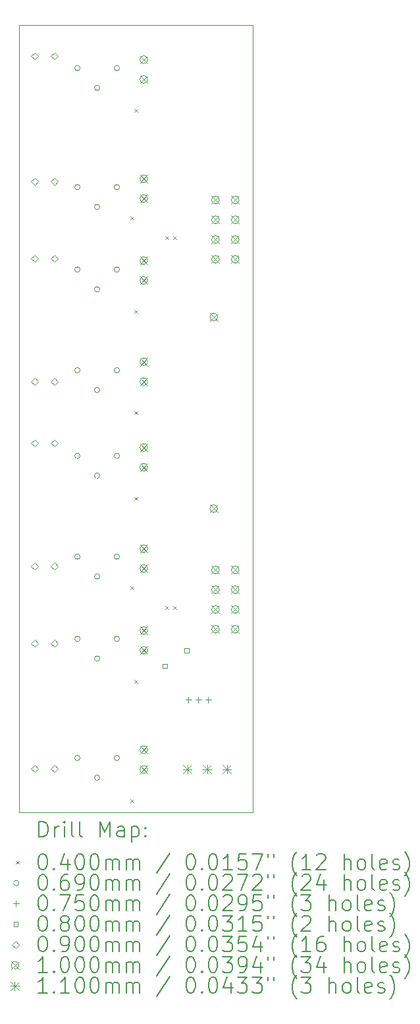
<source format=gbr>
%FSLAX45Y45*%
G04 Gerber Fmt 4.5, Leading zero omitted, Abs format (unit mm)*
G04 Created by KiCad (PCBNEW (6.0.0-rc1-415-g653c7b78d7)) date 2021-12-14 13:22:23*
%MOMM*%
%LPD*%
G01*
G04 APERTURE LIST*
%TA.AperFunction,Profile*%
%ADD10C,0.100000*%
%TD*%
%ADD11C,0.200000*%
%ADD12C,0.040000*%
%ADD13C,0.069000*%
%ADD14C,0.075000*%
%ADD15C,0.080000*%
%ADD16C,0.090000*%
%ADD17C,0.100000*%
%ADD18C,0.110000*%
G04 APERTURE END LIST*
D10*
X11072500Y-4726000D02*
X14072500Y-4726000D01*
X14072500Y-4726000D02*
X14072500Y-14836000D01*
X14072500Y-14836000D02*
X11072500Y-14836000D01*
X11072500Y-14836000D02*
X11072500Y-4726000D01*
D11*
D12*
X12502500Y-7186000D02*
X12542500Y-7226000D01*
X12542500Y-7186000D02*
X12502500Y-7226000D01*
X12502500Y-11936000D02*
X12542500Y-11976000D01*
X12542500Y-11936000D02*
X12502500Y-11976000D01*
X12502500Y-14666000D02*
X12542500Y-14706000D01*
X12542500Y-14666000D02*
X12502500Y-14706000D01*
X12552500Y-5806000D02*
X12592500Y-5846000D01*
X12592500Y-5806000D02*
X12552500Y-5846000D01*
X12552500Y-8386000D02*
X12592500Y-8426000D01*
X12592500Y-8386000D02*
X12552500Y-8426000D01*
X12552500Y-9686000D02*
X12592500Y-9726000D01*
X12592500Y-9686000D02*
X12552500Y-9726000D01*
X12552500Y-10786000D02*
X12592500Y-10826000D01*
X12592500Y-10786000D02*
X12552500Y-10826000D01*
X12552500Y-13136000D02*
X12592500Y-13176000D01*
X12592500Y-13136000D02*
X12552500Y-13176000D01*
X12948750Y-7439750D02*
X12988750Y-7479750D01*
X12988750Y-7439750D02*
X12948750Y-7479750D01*
X12948750Y-12189750D02*
X12988750Y-12229750D01*
X12988750Y-12189750D02*
X12948750Y-12229750D01*
X13048750Y-7439750D02*
X13088750Y-7479750D01*
X13088750Y-7439750D02*
X13048750Y-7479750D01*
X13048750Y-12189750D02*
X13088750Y-12229750D01*
X13088750Y-12189750D02*
X13048750Y-12229750D01*
D13*
X11853000Y-5279000D02*
G75*
G03*
X11853000Y-5279000I-34500J0D01*
G01*
X11853000Y-6809000D02*
G75*
G03*
X11853000Y-6809000I-34500J0D01*
G01*
X11853000Y-7867000D02*
G75*
G03*
X11853000Y-7867000I-34500J0D01*
G01*
X11853000Y-9159000D02*
G75*
G03*
X11853000Y-9159000I-34500J0D01*
G01*
X11853000Y-10259000D02*
G75*
G03*
X11853000Y-10259000I-34500J0D01*
G01*
X11853000Y-11554000D02*
G75*
G03*
X11853000Y-11554000I-34500J0D01*
G01*
X11853000Y-12609000D02*
G75*
G03*
X11853000Y-12609000I-34500J0D01*
G01*
X11853000Y-14139000D02*
G75*
G03*
X11853000Y-14139000I-34500J0D01*
G01*
X12107000Y-5533000D02*
G75*
G03*
X12107000Y-5533000I-34500J0D01*
G01*
X12107000Y-7063000D02*
G75*
G03*
X12107000Y-7063000I-34500J0D01*
G01*
X12107000Y-8121000D02*
G75*
G03*
X12107000Y-8121000I-34500J0D01*
G01*
X12107000Y-9413000D02*
G75*
G03*
X12107000Y-9413000I-34500J0D01*
G01*
X12107000Y-10513000D02*
G75*
G03*
X12107000Y-10513000I-34500J0D01*
G01*
X12107000Y-11808000D02*
G75*
G03*
X12107000Y-11808000I-34500J0D01*
G01*
X12107000Y-12863000D02*
G75*
G03*
X12107000Y-12863000I-34500J0D01*
G01*
X12107000Y-14393000D02*
G75*
G03*
X12107000Y-14393000I-34500J0D01*
G01*
X12361000Y-5279000D02*
G75*
G03*
X12361000Y-5279000I-34500J0D01*
G01*
X12361000Y-6809000D02*
G75*
G03*
X12361000Y-6809000I-34500J0D01*
G01*
X12361000Y-7867000D02*
G75*
G03*
X12361000Y-7867000I-34500J0D01*
G01*
X12361000Y-9159000D02*
G75*
G03*
X12361000Y-9159000I-34500J0D01*
G01*
X12361000Y-10259000D02*
G75*
G03*
X12361000Y-10259000I-34500J0D01*
G01*
X12361000Y-11554000D02*
G75*
G03*
X12361000Y-11554000I-34500J0D01*
G01*
X12361000Y-12609000D02*
G75*
G03*
X12361000Y-12609000I-34500J0D01*
G01*
X12361000Y-14139000D02*
G75*
G03*
X12361000Y-14139000I-34500J0D01*
G01*
D14*
X13245500Y-13355750D02*
X13245500Y-13430750D01*
X13208000Y-13393250D02*
X13283000Y-13393250D01*
X13372500Y-13355750D02*
X13372500Y-13430750D01*
X13335000Y-13393250D02*
X13410000Y-13393250D01*
X13499500Y-13355750D02*
X13499500Y-13430750D01*
X13462000Y-13393250D02*
X13537000Y-13393250D01*
D15*
X12973334Y-12984284D02*
X12973334Y-12927715D01*
X12916765Y-12927715D01*
X12916765Y-12984284D01*
X12973334Y-12984284D01*
X13250784Y-12784284D02*
X13250784Y-12727715D01*
X13194215Y-12727715D01*
X13194215Y-12784284D01*
X13250784Y-12784284D01*
D16*
X11268500Y-5171000D02*
X11313500Y-5126000D01*
X11268500Y-5081000D01*
X11223500Y-5126000D01*
X11268500Y-5171000D01*
X11268500Y-6781000D02*
X11313500Y-6736000D01*
X11268500Y-6691000D01*
X11223500Y-6736000D01*
X11268500Y-6781000D01*
X11268500Y-7771000D02*
X11313500Y-7726000D01*
X11268500Y-7681000D01*
X11223500Y-7726000D01*
X11268500Y-7771000D01*
X11268500Y-9351000D02*
X11313500Y-9306000D01*
X11268500Y-9261000D01*
X11223500Y-9306000D01*
X11268500Y-9351000D01*
X11268500Y-10141000D02*
X11313500Y-10096000D01*
X11268500Y-10051000D01*
X11223500Y-10096000D01*
X11268500Y-10141000D01*
X11268500Y-11721000D02*
X11313500Y-11676000D01*
X11268500Y-11631000D01*
X11223500Y-11676000D01*
X11268500Y-11721000D01*
X11268500Y-12711000D02*
X11313500Y-12666000D01*
X11268500Y-12621000D01*
X11223500Y-12666000D01*
X11268500Y-12711000D01*
X11268500Y-14321000D02*
X11313500Y-14276000D01*
X11268500Y-14231000D01*
X11223500Y-14276000D01*
X11268500Y-14321000D01*
X11522500Y-5171000D02*
X11567500Y-5126000D01*
X11522500Y-5081000D01*
X11477500Y-5126000D01*
X11522500Y-5171000D01*
X11522500Y-6781000D02*
X11567500Y-6736000D01*
X11522500Y-6691000D01*
X11477500Y-6736000D01*
X11522500Y-6781000D01*
X11522500Y-7771000D02*
X11567500Y-7726000D01*
X11522500Y-7681000D01*
X11477500Y-7726000D01*
X11522500Y-7771000D01*
X11522500Y-9351000D02*
X11567500Y-9306000D01*
X11522500Y-9261000D01*
X11477500Y-9306000D01*
X11522500Y-9351000D01*
X11522500Y-10141000D02*
X11567500Y-10096000D01*
X11522500Y-10051000D01*
X11477500Y-10096000D01*
X11522500Y-10141000D01*
X11522500Y-11721000D02*
X11567500Y-11676000D01*
X11522500Y-11631000D01*
X11477500Y-11676000D01*
X11522500Y-11721000D01*
X11522500Y-12711000D02*
X11567500Y-12666000D01*
X11522500Y-12621000D01*
X11477500Y-12666000D01*
X11522500Y-12711000D01*
X11522500Y-14321000D02*
X11567500Y-14276000D01*
X11522500Y-14231000D01*
X11477500Y-14276000D01*
X11522500Y-14321000D01*
D17*
X12622500Y-5122000D02*
X12722500Y-5222000D01*
X12722500Y-5122000D02*
X12622500Y-5222000D01*
X12722500Y-5172000D02*
G75*
G03*
X12722500Y-5172000I-50000J0D01*
G01*
X12622500Y-5376000D02*
X12722500Y-5476000D01*
X12722500Y-5376000D02*
X12622500Y-5476000D01*
X12722500Y-5426000D02*
G75*
G03*
X12722500Y-5426000I-50000J0D01*
G01*
X12622500Y-6652000D02*
X12722500Y-6752000D01*
X12722500Y-6652000D02*
X12622500Y-6752000D01*
X12722500Y-6702000D02*
G75*
G03*
X12722500Y-6702000I-50000J0D01*
G01*
X12622500Y-6906000D02*
X12722500Y-7006000D01*
X12722500Y-6906000D02*
X12622500Y-7006000D01*
X12722500Y-6956000D02*
G75*
G03*
X12722500Y-6956000I-50000J0D01*
G01*
X12622500Y-7702000D02*
X12722500Y-7802000D01*
X12722500Y-7702000D02*
X12622500Y-7802000D01*
X12722500Y-7752000D02*
G75*
G03*
X12722500Y-7752000I-50000J0D01*
G01*
X12622500Y-7956000D02*
X12722500Y-8056000D01*
X12722500Y-7956000D02*
X12622500Y-8056000D01*
X12722500Y-8006000D02*
G75*
G03*
X12722500Y-8006000I-50000J0D01*
G01*
X12622500Y-9002000D02*
X12722500Y-9102000D01*
X12722500Y-9002000D02*
X12622500Y-9102000D01*
X12722500Y-9052000D02*
G75*
G03*
X12722500Y-9052000I-50000J0D01*
G01*
X12622500Y-9256000D02*
X12722500Y-9356000D01*
X12722500Y-9256000D02*
X12622500Y-9356000D01*
X12722500Y-9306000D02*
G75*
G03*
X12722500Y-9306000I-50000J0D01*
G01*
X12622500Y-10102000D02*
X12722500Y-10202000D01*
X12722500Y-10102000D02*
X12622500Y-10202000D01*
X12722500Y-10152000D02*
G75*
G03*
X12722500Y-10152000I-50000J0D01*
G01*
X12622500Y-10356000D02*
X12722500Y-10456000D01*
X12722500Y-10356000D02*
X12622500Y-10456000D01*
X12722500Y-10406000D02*
G75*
G03*
X12722500Y-10406000I-50000J0D01*
G01*
X12622500Y-11402000D02*
X12722500Y-11502000D01*
X12722500Y-11402000D02*
X12622500Y-11502000D01*
X12722500Y-11452000D02*
G75*
G03*
X12722500Y-11452000I-50000J0D01*
G01*
X12622500Y-11656000D02*
X12722500Y-11756000D01*
X12722500Y-11656000D02*
X12622500Y-11756000D01*
X12722500Y-11706000D02*
G75*
G03*
X12722500Y-11706000I-50000J0D01*
G01*
X12622500Y-12452000D02*
X12722500Y-12552000D01*
X12722500Y-12452000D02*
X12622500Y-12552000D01*
X12722500Y-12502000D02*
G75*
G03*
X12722500Y-12502000I-50000J0D01*
G01*
X12622500Y-12706000D02*
X12722500Y-12806000D01*
X12722500Y-12706000D02*
X12622500Y-12806000D01*
X12722500Y-12756000D02*
G75*
G03*
X12722500Y-12756000I-50000J0D01*
G01*
X12622500Y-13982000D02*
X12722500Y-14082000D01*
X12722500Y-13982000D02*
X12622500Y-14082000D01*
X12722500Y-14032000D02*
G75*
G03*
X12722500Y-14032000I-50000J0D01*
G01*
X12622500Y-14236000D02*
X12722500Y-14336000D01*
X12722500Y-14236000D02*
X12622500Y-14336000D01*
X12722500Y-14286000D02*
G75*
G03*
X12722500Y-14286000I-50000J0D01*
G01*
X13522500Y-8426000D02*
X13622500Y-8526000D01*
X13622500Y-8426000D02*
X13522500Y-8526000D01*
X13622500Y-8476000D02*
G75*
G03*
X13622500Y-8476000I-50000J0D01*
G01*
X13522500Y-10886000D02*
X13622500Y-10986000D01*
X13622500Y-10886000D02*
X13522500Y-10986000D01*
X13622500Y-10936000D02*
G75*
G03*
X13622500Y-10936000I-50000J0D01*
G01*
X13545000Y-6924000D02*
X13645000Y-7024000D01*
X13645000Y-6924000D02*
X13545000Y-7024000D01*
X13645000Y-6974000D02*
G75*
G03*
X13645000Y-6974000I-50000J0D01*
G01*
X13545000Y-7178000D02*
X13645000Y-7278000D01*
X13645000Y-7178000D02*
X13545000Y-7278000D01*
X13645000Y-7228000D02*
G75*
G03*
X13645000Y-7228000I-50000J0D01*
G01*
X13545000Y-7432000D02*
X13645000Y-7532000D01*
X13645000Y-7432000D02*
X13545000Y-7532000D01*
X13645000Y-7482000D02*
G75*
G03*
X13645000Y-7482000I-50000J0D01*
G01*
X13545000Y-7686000D02*
X13645000Y-7786000D01*
X13645000Y-7686000D02*
X13545000Y-7786000D01*
X13645000Y-7736000D02*
G75*
G03*
X13645000Y-7736000I-50000J0D01*
G01*
X13545000Y-11674000D02*
X13645000Y-11774000D01*
X13645000Y-11674000D02*
X13545000Y-11774000D01*
X13645000Y-11724000D02*
G75*
G03*
X13645000Y-11724000I-50000J0D01*
G01*
X13545000Y-11928000D02*
X13645000Y-12028000D01*
X13645000Y-11928000D02*
X13545000Y-12028000D01*
X13645000Y-11978000D02*
G75*
G03*
X13645000Y-11978000I-50000J0D01*
G01*
X13545000Y-12182000D02*
X13645000Y-12282000D01*
X13645000Y-12182000D02*
X13545000Y-12282000D01*
X13645000Y-12232000D02*
G75*
G03*
X13645000Y-12232000I-50000J0D01*
G01*
X13545000Y-12436000D02*
X13645000Y-12536000D01*
X13645000Y-12436000D02*
X13545000Y-12536000D01*
X13645000Y-12486000D02*
G75*
G03*
X13645000Y-12486000I-50000J0D01*
G01*
X13799000Y-6924000D02*
X13899000Y-7024000D01*
X13899000Y-6924000D02*
X13799000Y-7024000D01*
X13899000Y-6974000D02*
G75*
G03*
X13899000Y-6974000I-50000J0D01*
G01*
X13799000Y-7178000D02*
X13899000Y-7278000D01*
X13899000Y-7178000D02*
X13799000Y-7278000D01*
X13899000Y-7228000D02*
G75*
G03*
X13899000Y-7228000I-50000J0D01*
G01*
X13799000Y-7432000D02*
X13899000Y-7532000D01*
X13899000Y-7432000D02*
X13799000Y-7532000D01*
X13899000Y-7482000D02*
G75*
G03*
X13899000Y-7482000I-50000J0D01*
G01*
X13799000Y-7686000D02*
X13899000Y-7786000D01*
X13899000Y-7686000D02*
X13799000Y-7786000D01*
X13899000Y-7736000D02*
G75*
G03*
X13899000Y-7736000I-50000J0D01*
G01*
X13799000Y-11674000D02*
X13899000Y-11774000D01*
X13899000Y-11674000D02*
X13799000Y-11774000D01*
X13899000Y-11724000D02*
G75*
G03*
X13899000Y-11724000I-50000J0D01*
G01*
X13799000Y-11928000D02*
X13899000Y-12028000D01*
X13899000Y-11928000D02*
X13799000Y-12028000D01*
X13899000Y-11978000D02*
G75*
G03*
X13899000Y-11978000I-50000J0D01*
G01*
X13799000Y-12182000D02*
X13899000Y-12282000D01*
X13899000Y-12182000D02*
X13799000Y-12282000D01*
X13899000Y-12232000D02*
G75*
G03*
X13899000Y-12232000I-50000J0D01*
G01*
X13799000Y-12436000D02*
X13899000Y-12536000D01*
X13899000Y-12436000D02*
X13799000Y-12536000D01*
X13899000Y-12486000D02*
G75*
G03*
X13899000Y-12486000I-50000J0D01*
G01*
D18*
X13177500Y-14231000D02*
X13287500Y-14341000D01*
X13287500Y-14231000D02*
X13177500Y-14341000D01*
X13232500Y-14231000D02*
X13232500Y-14341000D01*
X13177500Y-14286000D02*
X13287500Y-14286000D01*
X13431500Y-14231000D02*
X13541500Y-14341000D01*
X13541500Y-14231000D02*
X13431500Y-14341000D01*
X13486500Y-14231000D02*
X13486500Y-14341000D01*
X13431500Y-14286000D02*
X13541500Y-14286000D01*
X13685500Y-14231000D02*
X13795500Y-14341000D01*
X13795500Y-14231000D02*
X13685500Y-14341000D01*
X13740500Y-14231000D02*
X13740500Y-14341000D01*
X13685500Y-14286000D02*
X13795500Y-14286000D01*
D11*
X11325119Y-15151476D02*
X11325119Y-14951476D01*
X11372738Y-14951476D01*
X11401309Y-14961000D01*
X11420357Y-14980048D01*
X11429881Y-14999095D01*
X11439405Y-15037190D01*
X11439405Y-15065762D01*
X11429881Y-15103857D01*
X11420357Y-15122905D01*
X11401309Y-15141952D01*
X11372738Y-15151476D01*
X11325119Y-15151476D01*
X11525119Y-15151476D02*
X11525119Y-15018143D01*
X11525119Y-15056238D02*
X11534643Y-15037190D01*
X11544167Y-15027667D01*
X11563214Y-15018143D01*
X11582262Y-15018143D01*
X11648928Y-15151476D02*
X11648928Y-15018143D01*
X11648928Y-14951476D02*
X11639405Y-14961000D01*
X11648928Y-14970524D01*
X11658452Y-14961000D01*
X11648928Y-14951476D01*
X11648928Y-14970524D01*
X11772738Y-15151476D02*
X11753690Y-15141952D01*
X11744167Y-15122905D01*
X11744167Y-14951476D01*
X11877500Y-15151476D02*
X11858452Y-15141952D01*
X11848928Y-15122905D01*
X11848928Y-14951476D01*
X12106071Y-15151476D02*
X12106071Y-14951476D01*
X12172738Y-15094333D01*
X12239405Y-14951476D01*
X12239405Y-15151476D01*
X12420357Y-15151476D02*
X12420357Y-15046714D01*
X12410833Y-15027667D01*
X12391786Y-15018143D01*
X12353690Y-15018143D01*
X12334643Y-15027667D01*
X12420357Y-15141952D02*
X12401309Y-15151476D01*
X12353690Y-15151476D01*
X12334643Y-15141952D01*
X12325119Y-15122905D01*
X12325119Y-15103857D01*
X12334643Y-15084809D01*
X12353690Y-15075286D01*
X12401309Y-15075286D01*
X12420357Y-15065762D01*
X12515595Y-15018143D02*
X12515595Y-15218143D01*
X12515595Y-15027667D02*
X12534643Y-15018143D01*
X12572738Y-15018143D01*
X12591786Y-15027667D01*
X12601309Y-15037190D01*
X12610833Y-15056238D01*
X12610833Y-15113381D01*
X12601309Y-15132428D01*
X12591786Y-15141952D01*
X12572738Y-15151476D01*
X12534643Y-15151476D01*
X12515595Y-15141952D01*
X12696548Y-15132428D02*
X12706071Y-15141952D01*
X12696548Y-15151476D01*
X12687024Y-15141952D01*
X12696548Y-15132428D01*
X12696548Y-15151476D01*
X12696548Y-15027667D02*
X12706071Y-15037190D01*
X12696548Y-15046714D01*
X12687024Y-15037190D01*
X12696548Y-15027667D01*
X12696548Y-15046714D01*
D12*
X11027500Y-15461000D02*
X11067500Y-15501000D01*
X11067500Y-15461000D02*
X11027500Y-15501000D01*
D11*
X11363214Y-15371476D02*
X11382262Y-15371476D01*
X11401309Y-15381000D01*
X11410833Y-15390524D01*
X11420357Y-15409571D01*
X11429881Y-15447667D01*
X11429881Y-15495286D01*
X11420357Y-15533381D01*
X11410833Y-15552428D01*
X11401309Y-15561952D01*
X11382262Y-15571476D01*
X11363214Y-15571476D01*
X11344167Y-15561952D01*
X11334643Y-15552428D01*
X11325119Y-15533381D01*
X11315595Y-15495286D01*
X11315595Y-15447667D01*
X11325119Y-15409571D01*
X11334643Y-15390524D01*
X11344167Y-15381000D01*
X11363214Y-15371476D01*
X11515595Y-15552428D02*
X11525119Y-15561952D01*
X11515595Y-15571476D01*
X11506071Y-15561952D01*
X11515595Y-15552428D01*
X11515595Y-15571476D01*
X11696548Y-15438143D02*
X11696548Y-15571476D01*
X11648928Y-15361952D02*
X11601309Y-15504809D01*
X11725119Y-15504809D01*
X11839405Y-15371476D02*
X11858452Y-15371476D01*
X11877500Y-15381000D01*
X11887024Y-15390524D01*
X11896548Y-15409571D01*
X11906071Y-15447667D01*
X11906071Y-15495286D01*
X11896548Y-15533381D01*
X11887024Y-15552428D01*
X11877500Y-15561952D01*
X11858452Y-15571476D01*
X11839405Y-15571476D01*
X11820357Y-15561952D01*
X11810833Y-15552428D01*
X11801309Y-15533381D01*
X11791786Y-15495286D01*
X11791786Y-15447667D01*
X11801309Y-15409571D01*
X11810833Y-15390524D01*
X11820357Y-15381000D01*
X11839405Y-15371476D01*
X12029881Y-15371476D02*
X12048928Y-15371476D01*
X12067976Y-15381000D01*
X12077500Y-15390524D01*
X12087024Y-15409571D01*
X12096548Y-15447667D01*
X12096548Y-15495286D01*
X12087024Y-15533381D01*
X12077500Y-15552428D01*
X12067976Y-15561952D01*
X12048928Y-15571476D01*
X12029881Y-15571476D01*
X12010833Y-15561952D01*
X12001309Y-15552428D01*
X11991786Y-15533381D01*
X11982262Y-15495286D01*
X11982262Y-15447667D01*
X11991786Y-15409571D01*
X12001309Y-15390524D01*
X12010833Y-15381000D01*
X12029881Y-15371476D01*
X12182262Y-15571476D02*
X12182262Y-15438143D01*
X12182262Y-15457190D02*
X12191786Y-15447667D01*
X12210833Y-15438143D01*
X12239405Y-15438143D01*
X12258452Y-15447667D01*
X12267976Y-15466714D01*
X12267976Y-15571476D01*
X12267976Y-15466714D02*
X12277500Y-15447667D01*
X12296548Y-15438143D01*
X12325119Y-15438143D01*
X12344167Y-15447667D01*
X12353690Y-15466714D01*
X12353690Y-15571476D01*
X12448928Y-15571476D02*
X12448928Y-15438143D01*
X12448928Y-15457190D02*
X12458452Y-15447667D01*
X12477500Y-15438143D01*
X12506071Y-15438143D01*
X12525119Y-15447667D01*
X12534643Y-15466714D01*
X12534643Y-15571476D01*
X12534643Y-15466714D02*
X12544167Y-15447667D01*
X12563214Y-15438143D01*
X12591786Y-15438143D01*
X12610833Y-15447667D01*
X12620357Y-15466714D01*
X12620357Y-15571476D01*
X13010833Y-15361952D02*
X12839405Y-15619095D01*
X13267976Y-15371476D02*
X13287024Y-15371476D01*
X13306071Y-15381000D01*
X13315595Y-15390524D01*
X13325119Y-15409571D01*
X13334643Y-15447667D01*
X13334643Y-15495286D01*
X13325119Y-15533381D01*
X13315595Y-15552428D01*
X13306071Y-15561952D01*
X13287024Y-15571476D01*
X13267976Y-15571476D01*
X13248928Y-15561952D01*
X13239405Y-15552428D01*
X13229881Y-15533381D01*
X13220357Y-15495286D01*
X13220357Y-15447667D01*
X13229881Y-15409571D01*
X13239405Y-15390524D01*
X13248928Y-15381000D01*
X13267976Y-15371476D01*
X13420357Y-15552428D02*
X13429881Y-15561952D01*
X13420357Y-15571476D01*
X13410833Y-15561952D01*
X13420357Y-15552428D01*
X13420357Y-15571476D01*
X13553690Y-15371476D02*
X13572738Y-15371476D01*
X13591786Y-15381000D01*
X13601309Y-15390524D01*
X13610833Y-15409571D01*
X13620357Y-15447667D01*
X13620357Y-15495286D01*
X13610833Y-15533381D01*
X13601309Y-15552428D01*
X13591786Y-15561952D01*
X13572738Y-15571476D01*
X13553690Y-15571476D01*
X13534643Y-15561952D01*
X13525119Y-15552428D01*
X13515595Y-15533381D01*
X13506071Y-15495286D01*
X13506071Y-15447667D01*
X13515595Y-15409571D01*
X13525119Y-15390524D01*
X13534643Y-15381000D01*
X13553690Y-15371476D01*
X13810833Y-15571476D02*
X13696548Y-15571476D01*
X13753690Y-15571476D02*
X13753690Y-15371476D01*
X13734643Y-15400048D01*
X13715595Y-15419095D01*
X13696548Y-15428619D01*
X13991786Y-15371476D02*
X13896548Y-15371476D01*
X13887024Y-15466714D01*
X13896548Y-15457190D01*
X13915595Y-15447667D01*
X13963214Y-15447667D01*
X13982262Y-15457190D01*
X13991786Y-15466714D01*
X14001309Y-15485762D01*
X14001309Y-15533381D01*
X13991786Y-15552428D01*
X13982262Y-15561952D01*
X13963214Y-15571476D01*
X13915595Y-15571476D01*
X13896548Y-15561952D01*
X13887024Y-15552428D01*
X14067976Y-15371476D02*
X14201309Y-15371476D01*
X14115595Y-15571476D01*
X14267976Y-15371476D02*
X14267976Y-15409571D01*
X14344167Y-15371476D02*
X14344167Y-15409571D01*
X14639405Y-15647667D02*
X14629881Y-15638143D01*
X14610833Y-15609571D01*
X14601309Y-15590524D01*
X14591786Y-15561952D01*
X14582262Y-15514333D01*
X14582262Y-15476238D01*
X14591786Y-15428619D01*
X14601309Y-15400048D01*
X14610833Y-15381000D01*
X14629881Y-15352428D01*
X14639405Y-15342905D01*
X14820357Y-15571476D02*
X14706071Y-15571476D01*
X14763214Y-15571476D02*
X14763214Y-15371476D01*
X14744167Y-15400048D01*
X14725119Y-15419095D01*
X14706071Y-15428619D01*
X14896548Y-15390524D02*
X14906071Y-15381000D01*
X14925119Y-15371476D01*
X14972738Y-15371476D01*
X14991786Y-15381000D01*
X15001309Y-15390524D01*
X15010833Y-15409571D01*
X15010833Y-15428619D01*
X15001309Y-15457190D01*
X14887024Y-15571476D01*
X15010833Y-15571476D01*
X15248928Y-15571476D02*
X15248928Y-15371476D01*
X15334643Y-15571476D02*
X15334643Y-15466714D01*
X15325119Y-15447667D01*
X15306071Y-15438143D01*
X15277500Y-15438143D01*
X15258452Y-15447667D01*
X15248928Y-15457190D01*
X15458452Y-15571476D02*
X15439405Y-15561952D01*
X15429881Y-15552428D01*
X15420357Y-15533381D01*
X15420357Y-15476238D01*
X15429881Y-15457190D01*
X15439405Y-15447667D01*
X15458452Y-15438143D01*
X15487024Y-15438143D01*
X15506071Y-15447667D01*
X15515595Y-15457190D01*
X15525119Y-15476238D01*
X15525119Y-15533381D01*
X15515595Y-15552428D01*
X15506071Y-15561952D01*
X15487024Y-15571476D01*
X15458452Y-15571476D01*
X15639405Y-15571476D02*
X15620357Y-15561952D01*
X15610833Y-15542905D01*
X15610833Y-15371476D01*
X15791786Y-15561952D02*
X15772738Y-15571476D01*
X15734643Y-15571476D01*
X15715595Y-15561952D01*
X15706071Y-15542905D01*
X15706071Y-15466714D01*
X15715595Y-15447667D01*
X15734643Y-15438143D01*
X15772738Y-15438143D01*
X15791786Y-15447667D01*
X15801309Y-15466714D01*
X15801309Y-15485762D01*
X15706071Y-15504809D01*
X15877500Y-15561952D02*
X15896548Y-15571476D01*
X15934643Y-15571476D01*
X15953690Y-15561952D01*
X15963214Y-15542905D01*
X15963214Y-15533381D01*
X15953690Y-15514333D01*
X15934643Y-15504809D01*
X15906071Y-15504809D01*
X15887024Y-15495286D01*
X15877500Y-15476238D01*
X15877500Y-15466714D01*
X15887024Y-15447667D01*
X15906071Y-15438143D01*
X15934643Y-15438143D01*
X15953690Y-15447667D01*
X16029881Y-15647667D02*
X16039405Y-15638143D01*
X16058452Y-15609571D01*
X16067976Y-15590524D01*
X16077500Y-15561952D01*
X16087024Y-15514333D01*
X16087024Y-15476238D01*
X16077500Y-15428619D01*
X16067976Y-15400048D01*
X16058452Y-15381000D01*
X16039405Y-15352428D01*
X16029881Y-15342905D01*
D13*
X11067500Y-15745000D02*
G75*
G03*
X11067500Y-15745000I-34500J0D01*
G01*
D11*
X11363214Y-15635476D02*
X11382262Y-15635476D01*
X11401309Y-15645000D01*
X11410833Y-15654524D01*
X11420357Y-15673571D01*
X11429881Y-15711667D01*
X11429881Y-15759286D01*
X11420357Y-15797381D01*
X11410833Y-15816428D01*
X11401309Y-15825952D01*
X11382262Y-15835476D01*
X11363214Y-15835476D01*
X11344167Y-15825952D01*
X11334643Y-15816428D01*
X11325119Y-15797381D01*
X11315595Y-15759286D01*
X11315595Y-15711667D01*
X11325119Y-15673571D01*
X11334643Y-15654524D01*
X11344167Y-15645000D01*
X11363214Y-15635476D01*
X11515595Y-15816428D02*
X11525119Y-15825952D01*
X11515595Y-15835476D01*
X11506071Y-15825952D01*
X11515595Y-15816428D01*
X11515595Y-15835476D01*
X11696548Y-15635476D02*
X11658452Y-15635476D01*
X11639405Y-15645000D01*
X11629881Y-15654524D01*
X11610833Y-15683095D01*
X11601309Y-15721190D01*
X11601309Y-15797381D01*
X11610833Y-15816428D01*
X11620357Y-15825952D01*
X11639405Y-15835476D01*
X11677500Y-15835476D01*
X11696548Y-15825952D01*
X11706071Y-15816428D01*
X11715595Y-15797381D01*
X11715595Y-15749762D01*
X11706071Y-15730714D01*
X11696548Y-15721190D01*
X11677500Y-15711667D01*
X11639405Y-15711667D01*
X11620357Y-15721190D01*
X11610833Y-15730714D01*
X11601309Y-15749762D01*
X11810833Y-15835476D02*
X11848928Y-15835476D01*
X11867976Y-15825952D01*
X11877500Y-15816428D01*
X11896548Y-15787857D01*
X11906071Y-15749762D01*
X11906071Y-15673571D01*
X11896548Y-15654524D01*
X11887024Y-15645000D01*
X11867976Y-15635476D01*
X11829881Y-15635476D01*
X11810833Y-15645000D01*
X11801309Y-15654524D01*
X11791786Y-15673571D01*
X11791786Y-15721190D01*
X11801309Y-15740238D01*
X11810833Y-15749762D01*
X11829881Y-15759286D01*
X11867976Y-15759286D01*
X11887024Y-15749762D01*
X11896548Y-15740238D01*
X11906071Y-15721190D01*
X12029881Y-15635476D02*
X12048928Y-15635476D01*
X12067976Y-15645000D01*
X12077500Y-15654524D01*
X12087024Y-15673571D01*
X12096548Y-15711667D01*
X12096548Y-15759286D01*
X12087024Y-15797381D01*
X12077500Y-15816428D01*
X12067976Y-15825952D01*
X12048928Y-15835476D01*
X12029881Y-15835476D01*
X12010833Y-15825952D01*
X12001309Y-15816428D01*
X11991786Y-15797381D01*
X11982262Y-15759286D01*
X11982262Y-15711667D01*
X11991786Y-15673571D01*
X12001309Y-15654524D01*
X12010833Y-15645000D01*
X12029881Y-15635476D01*
X12182262Y-15835476D02*
X12182262Y-15702143D01*
X12182262Y-15721190D02*
X12191786Y-15711667D01*
X12210833Y-15702143D01*
X12239405Y-15702143D01*
X12258452Y-15711667D01*
X12267976Y-15730714D01*
X12267976Y-15835476D01*
X12267976Y-15730714D02*
X12277500Y-15711667D01*
X12296548Y-15702143D01*
X12325119Y-15702143D01*
X12344167Y-15711667D01*
X12353690Y-15730714D01*
X12353690Y-15835476D01*
X12448928Y-15835476D02*
X12448928Y-15702143D01*
X12448928Y-15721190D02*
X12458452Y-15711667D01*
X12477500Y-15702143D01*
X12506071Y-15702143D01*
X12525119Y-15711667D01*
X12534643Y-15730714D01*
X12534643Y-15835476D01*
X12534643Y-15730714D02*
X12544167Y-15711667D01*
X12563214Y-15702143D01*
X12591786Y-15702143D01*
X12610833Y-15711667D01*
X12620357Y-15730714D01*
X12620357Y-15835476D01*
X13010833Y-15625952D02*
X12839405Y-15883095D01*
X13267976Y-15635476D02*
X13287024Y-15635476D01*
X13306071Y-15645000D01*
X13315595Y-15654524D01*
X13325119Y-15673571D01*
X13334643Y-15711667D01*
X13334643Y-15759286D01*
X13325119Y-15797381D01*
X13315595Y-15816428D01*
X13306071Y-15825952D01*
X13287024Y-15835476D01*
X13267976Y-15835476D01*
X13248928Y-15825952D01*
X13239405Y-15816428D01*
X13229881Y-15797381D01*
X13220357Y-15759286D01*
X13220357Y-15711667D01*
X13229881Y-15673571D01*
X13239405Y-15654524D01*
X13248928Y-15645000D01*
X13267976Y-15635476D01*
X13420357Y-15816428D02*
X13429881Y-15825952D01*
X13420357Y-15835476D01*
X13410833Y-15825952D01*
X13420357Y-15816428D01*
X13420357Y-15835476D01*
X13553690Y-15635476D02*
X13572738Y-15635476D01*
X13591786Y-15645000D01*
X13601309Y-15654524D01*
X13610833Y-15673571D01*
X13620357Y-15711667D01*
X13620357Y-15759286D01*
X13610833Y-15797381D01*
X13601309Y-15816428D01*
X13591786Y-15825952D01*
X13572738Y-15835476D01*
X13553690Y-15835476D01*
X13534643Y-15825952D01*
X13525119Y-15816428D01*
X13515595Y-15797381D01*
X13506071Y-15759286D01*
X13506071Y-15711667D01*
X13515595Y-15673571D01*
X13525119Y-15654524D01*
X13534643Y-15645000D01*
X13553690Y-15635476D01*
X13696548Y-15654524D02*
X13706071Y-15645000D01*
X13725119Y-15635476D01*
X13772738Y-15635476D01*
X13791786Y-15645000D01*
X13801309Y-15654524D01*
X13810833Y-15673571D01*
X13810833Y-15692619D01*
X13801309Y-15721190D01*
X13687024Y-15835476D01*
X13810833Y-15835476D01*
X13877500Y-15635476D02*
X14010833Y-15635476D01*
X13925119Y-15835476D01*
X14077500Y-15654524D02*
X14087024Y-15645000D01*
X14106071Y-15635476D01*
X14153690Y-15635476D01*
X14172738Y-15645000D01*
X14182262Y-15654524D01*
X14191786Y-15673571D01*
X14191786Y-15692619D01*
X14182262Y-15721190D01*
X14067976Y-15835476D01*
X14191786Y-15835476D01*
X14267976Y-15635476D02*
X14267976Y-15673571D01*
X14344167Y-15635476D02*
X14344167Y-15673571D01*
X14639405Y-15911667D02*
X14629881Y-15902143D01*
X14610833Y-15873571D01*
X14601309Y-15854524D01*
X14591786Y-15825952D01*
X14582262Y-15778333D01*
X14582262Y-15740238D01*
X14591786Y-15692619D01*
X14601309Y-15664048D01*
X14610833Y-15645000D01*
X14629881Y-15616428D01*
X14639405Y-15606905D01*
X14706071Y-15654524D02*
X14715595Y-15645000D01*
X14734643Y-15635476D01*
X14782262Y-15635476D01*
X14801309Y-15645000D01*
X14810833Y-15654524D01*
X14820357Y-15673571D01*
X14820357Y-15692619D01*
X14810833Y-15721190D01*
X14696548Y-15835476D01*
X14820357Y-15835476D01*
X14991786Y-15702143D02*
X14991786Y-15835476D01*
X14944167Y-15625952D02*
X14896548Y-15768809D01*
X15020357Y-15768809D01*
X15248928Y-15835476D02*
X15248928Y-15635476D01*
X15334643Y-15835476D02*
X15334643Y-15730714D01*
X15325119Y-15711667D01*
X15306071Y-15702143D01*
X15277500Y-15702143D01*
X15258452Y-15711667D01*
X15248928Y-15721190D01*
X15458452Y-15835476D02*
X15439405Y-15825952D01*
X15429881Y-15816428D01*
X15420357Y-15797381D01*
X15420357Y-15740238D01*
X15429881Y-15721190D01*
X15439405Y-15711667D01*
X15458452Y-15702143D01*
X15487024Y-15702143D01*
X15506071Y-15711667D01*
X15515595Y-15721190D01*
X15525119Y-15740238D01*
X15525119Y-15797381D01*
X15515595Y-15816428D01*
X15506071Y-15825952D01*
X15487024Y-15835476D01*
X15458452Y-15835476D01*
X15639405Y-15835476D02*
X15620357Y-15825952D01*
X15610833Y-15806905D01*
X15610833Y-15635476D01*
X15791786Y-15825952D02*
X15772738Y-15835476D01*
X15734643Y-15835476D01*
X15715595Y-15825952D01*
X15706071Y-15806905D01*
X15706071Y-15730714D01*
X15715595Y-15711667D01*
X15734643Y-15702143D01*
X15772738Y-15702143D01*
X15791786Y-15711667D01*
X15801309Y-15730714D01*
X15801309Y-15749762D01*
X15706071Y-15768809D01*
X15877500Y-15825952D02*
X15896548Y-15835476D01*
X15934643Y-15835476D01*
X15953690Y-15825952D01*
X15963214Y-15806905D01*
X15963214Y-15797381D01*
X15953690Y-15778333D01*
X15934643Y-15768809D01*
X15906071Y-15768809D01*
X15887024Y-15759286D01*
X15877500Y-15740238D01*
X15877500Y-15730714D01*
X15887024Y-15711667D01*
X15906071Y-15702143D01*
X15934643Y-15702143D01*
X15953690Y-15711667D01*
X16029881Y-15911667D02*
X16039405Y-15902143D01*
X16058452Y-15873571D01*
X16067976Y-15854524D01*
X16077500Y-15825952D01*
X16087024Y-15778333D01*
X16087024Y-15740238D01*
X16077500Y-15692619D01*
X16067976Y-15664048D01*
X16058452Y-15645000D01*
X16039405Y-15616428D01*
X16029881Y-15606905D01*
D14*
X11030000Y-15971500D02*
X11030000Y-16046500D01*
X10992500Y-16009000D02*
X11067500Y-16009000D01*
D11*
X11363214Y-15899476D02*
X11382262Y-15899476D01*
X11401309Y-15909000D01*
X11410833Y-15918524D01*
X11420357Y-15937571D01*
X11429881Y-15975667D01*
X11429881Y-16023286D01*
X11420357Y-16061381D01*
X11410833Y-16080428D01*
X11401309Y-16089952D01*
X11382262Y-16099476D01*
X11363214Y-16099476D01*
X11344167Y-16089952D01*
X11334643Y-16080428D01*
X11325119Y-16061381D01*
X11315595Y-16023286D01*
X11315595Y-15975667D01*
X11325119Y-15937571D01*
X11334643Y-15918524D01*
X11344167Y-15909000D01*
X11363214Y-15899476D01*
X11515595Y-16080428D02*
X11525119Y-16089952D01*
X11515595Y-16099476D01*
X11506071Y-16089952D01*
X11515595Y-16080428D01*
X11515595Y-16099476D01*
X11591786Y-15899476D02*
X11725119Y-15899476D01*
X11639405Y-16099476D01*
X11896548Y-15899476D02*
X11801309Y-15899476D01*
X11791786Y-15994714D01*
X11801309Y-15985190D01*
X11820357Y-15975667D01*
X11867976Y-15975667D01*
X11887024Y-15985190D01*
X11896548Y-15994714D01*
X11906071Y-16013762D01*
X11906071Y-16061381D01*
X11896548Y-16080428D01*
X11887024Y-16089952D01*
X11867976Y-16099476D01*
X11820357Y-16099476D01*
X11801309Y-16089952D01*
X11791786Y-16080428D01*
X12029881Y-15899476D02*
X12048928Y-15899476D01*
X12067976Y-15909000D01*
X12077500Y-15918524D01*
X12087024Y-15937571D01*
X12096548Y-15975667D01*
X12096548Y-16023286D01*
X12087024Y-16061381D01*
X12077500Y-16080428D01*
X12067976Y-16089952D01*
X12048928Y-16099476D01*
X12029881Y-16099476D01*
X12010833Y-16089952D01*
X12001309Y-16080428D01*
X11991786Y-16061381D01*
X11982262Y-16023286D01*
X11982262Y-15975667D01*
X11991786Y-15937571D01*
X12001309Y-15918524D01*
X12010833Y-15909000D01*
X12029881Y-15899476D01*
X12182262Y-16099476D02*
X12182262Y-15966143D01*
X12182262Y-15985190D02*
X12191786Y-15975667D01*
X12210833Y-15966143D01*
X12239405Y-15966143D01*
X12258452Y-15975667D01*
X12267976Y-15994714D01*
X12267976Y-16099476D01*
X12267976Y-15994714D02*
X12277500Y-15975667D01*
X12296548Y-15966143D01*
X12325119Y-15966143D01*
X12344167Y-15975667D01*
X12353690Y-15994714D01*
X12353690Y-16099476D01*
X12448928Y-16099476D02*
X12448928Y-15966143D01*
X12448928Y-15985190D02*
X12458452Y-15975667D01*
X12477500Y-15966143D01*
X12506071Y-15966143D01*
X12525119Y-15975667D01*
X12534643Y-15994714D01*
X12534643Y-16099476D01*
X12534643Y-15994714D02*
X12544167Y-15975667D01*
X12563214Y-15966143D01*
X12591786Y-15966143D01*
X12610833Y-15975667D01*
X12620357Y-15994714D01*
X12620357Y-16099476D01*
X13010833Y-15889952D02*
X12839405Y-16147095D01*
X13267976Y-15899476D02*
X13287024Y-15899476D01*
X13306071Y-15909000D01*
X13315595Y-15918524D01*
X13325119Y-15937571D01*
X13334643Y-15975667D01*
X13334643Y-16023286D01*
X13325119Y-16061381D01*
X13315595Y-16080428D01*
X13306071Y-16089952D01*
X13287024Y-16099476D01*
X13267976Y-16099476D01*
X13248928Y-16089952D01*
X13239405Y-16080428D01*
X13229881Y-16061381D01*
X13220357Y-16023286D01*
X13220357Y-15975667D01*
X13229881Y-15937571D01*
X13239405Y-15918524D01*
X13248928Y-15909000D01*
X13267976Y-15899476D01*
X13420357Y-16080428D02*
X13429881Y-16089952D01*
X13420357Y-16099476D01*
X13410833Y-16089952D01*
X13420357Y-16080428D01*
X13420357Y-16099476D01*
X13553690Y-15899476D02*
X13572738Y-15899476D01*
X13591786Y-15909000D01*
X13601309Y-15918524D01*
X13610833Y-15937571D01*
X13620357Y-15975667D01*
X13620357Y-16023286D01*
X13610833Y-16061381D01*
X13601309Y-16080428D01*
X13591786Y-16089952D01*
X13572738Y-16099476D01*
X13553690Y-16099476D01*
X13534643Y-16089952D01*
X13525119Y-16080428D01*
X13515595Y-16061381D01*
X13506071Y-16023286D01*
X13506071Y-15975667D01*
X13515595Y-15937571D01*
X13525119Y-15918524D01*
X13534643Y-15909000D01*
X13553690Y-15899476D01*
X13696548Y-15918524D02*
X13706071Y-15909000D01*
X13725119Y-15899476D01*
X13772738Y-15899476D01*
X13791786Y-15909000D01*
X13801309Y-15918524D01*
X13810833Y-15937571D01*
X13810833Y-15956619D01*
X13801309Y-15985190D01*
X13687024Y-16099476D01*
X13810833Y-16099476D01*
X13906071Y-16099476D02*
X13944167Y-16099476D01*
X13963214Y-16089952D01*
X13972738Y-16080428D01*
X13991786Y-16051857D01*
X14001309Y-16013762D01*
X14001309Y-15937571D01*
X13991786Y-15918524D01*
X13982262Y-15909000D01*
X13963214Y-15899476D01*
X13925119Y-15899476D01*
X13906071Y-15909000D01*
X13896548Y-15918524D01*
X13887024Y-15937571D01*
X13887024Y-15985190D01*
X13896548Y-16004238D01*
X13906071Y-16013762D01*
X13925119Y-16023286D01*
X13963214Y-16023286D01*
X13982262Y-16013762D01*
X13991786Y-16004238D01*
X14001309Y-15985190D01*
X14182262Y-15899476D02*
X14087024Y-15899476D01*
X14077500Y-15994714D01*
X14087024Y-15985190D01*
X14106071Y-15975667D01*
X14153690Y-15975667D01*
X14172738Y-15985190D01*
X14182262Y-15994714D01*
X14191786Y-16013762D01*
X14191786Y-16061381D01*
X14182262Y-16080428D01*
X14172738Y-16089952D01*
X14153690Y-16099476D01*
X14106071Y-16099476D01*
X14087024Y-16089952D01*
X14077500Y-16080428D01*
X14267976Y-15899476D02*
X14267976Y-15937571D01*
X14344167Y-15899476D02*
X14344167Y-15937571D01*
X14639405Y-16175667D02*
X14629881Y-16166143D01*
X14610833Y-16137571D01*
X14601309Y-16118524D01*
X14591786Y-16089952D01*
X14582262Y-16042333D01*
X14582262Y-16004238D01*
X14591786Y-15956619D01*
X14601309Y-15928048D01*
X14610833Y-15909000D01*
X14629881Y-15880428D01*
X14639405Y-15870905D01*
X14696548Y-15899476D02*
X14820357Y-15899476D01*
X14753690Y-15975667D01*
X14782262Y-15975667D01*
X14801309Y-15985190D01*
X14810833Y-15994714D01*
X14820357Y-16013762D01*
X14820357Y-16061381D01*
X14810833Y-16080428D01*
X14801309Y-16089952D01*
X14782262Y-16099476D01*
X14725119Y-16099476D01*
X14706071Y-16089952D01*
X14696548Y-16080428D01*
X15058452Y-16099476D02*
X15058452Y-15899476D01*
X15144167Y-16099476D02*
X15144167Y-15994714D01*
X15134643Y-15975667D01*
X15115595Y-15966143D01*
X15087024Y-15966143D01*
X15067976Y-15975667D01*
X15058452Y-15985190D01*
X15267976Y-16099476D02*
X15248928Y-16089952D01*
X15239405Y-16080428D01*
X15229881Y-16061381D01*
X15229881Y-16004238D01*
X15239405Y-15985190D01*
X15248928Y-15975667D01*
X15267976Y-15966143D01*
X15296548Y-15966143D01*
X15315595Y-15975667D01*
X15325119Y-15985190D01*
X15334643Y-16004238D01*
X15334643Y-16061381D01*
X15325119Y-16080428D01*
X15315595Y-16089952D01*
X15296548Y-16099476D01*
X15267976Y-16099476D01*
X15448928Y-16099476D02*
X15429881Y-16089952D01*
X15420357Y-16070905D01*
X15420357Y-15899476D01*
X15601309Y-16089952D02*
X15582262Y-16099476D01*
X15544167Y-16099476D01*
X15525119Y-16089952D01*
X15515595Y-16070905D01*
X15515595Y-15994714D01*
X15525119Y-15975667D01*
X15544167Y-15966143D01*
X15582262Y-15966143D01*
X15601309Y-15975667D01*
X15610833Y-15994714D01*
X15610833Y-16013762D01*
X15515595Y-16032809D01*
X15687024Y-16089952D02*
X15706071Y-16099476D01*
X15744167Y-16099476D01*
X15763214Y-16089952D01*
X15772738Y-16070905D01*
X15772738Y-16061381D01*
X15763214Y-16042333D01*
X15744167Y-16032809D01*
X15715595Y-16032809D01*
X15696548Y-16023286D01*
X15687024Y-16004238D01*
X15687024Y-15994714D01*
X15696548Y-15975667D01*
X15715595Y-15966143D01*
X15744167Y-15966143D01*
X15763214Y-15975667D01*
X15839405Y-16175667D02*
X15848928Y-16166143D01*
X15867976Y-16137571D01*
X15877500Y-16118524D01*
X15887024Y-16089952D01*
X15896548Y-16042333D01*
X15896548Y-16004238D01*
X15887024Y-15956619D01*
X15877500Y-15928048D01*
X15867976Y-15909000D01*
X15848928Y-15880428D01*
X15839405Y-15870905D01*
D15*
X11055785Y-16301284D02*
X11055785Y-16244715D01*
X10999216Y-16244715D01*
X10999216Y-16301284D01*
X11055785Y-16301284D01*
D11*
X11363214Y-16163476D02*
X11382262Y-16163476D01*
X11401309Y-16173000D01*
X11410833Y-16182524D01*
X11420357Y-16201571D01*
X11429881Y-16239667D01*
X11429881Y-16287286D01*
X11420357Y-16325381D01*
X11410833Y-16344428D01*
X11401309Y-16353952D01*
X11382262Y-16363476D01*
X11363214Y-16363476D01*
X11344167Y-16353952D01*
X11334643Y-16344428D01*
X11325119Y-16325381D01*
X11315595Y-16287286D01*
X11315595Y-16239667D01*
X11325119Y-16201571D01*
X11334643Y-16182524D01*
X11344167Y-16173000D01*
X11363214Y-16163476D01*
X11515595Y-16344428D02*
X11525119Y-16353952D01*
X11515595Y-16363476D01*
X11506071Y-16353952D01*
X11515595Y-16344428D01*
X11515595Y-16363476D01*
X11639405Y-16249190D02*
X11620357Y-16239667D01*
X11610833Y-16230143D01*
X11601309Y-16211095D01*
X11601309Y-16201571D01*
X11610833Y-16182524D01*
X11620357Y-16173000D01*
X11639405Y-16163476D01*
X11677500Y-16163476D01*
X11696548Y-16173000D01*
X11706071Y-16182524D01*
X11715595Y-16201571D01*
X11715595Y-16211095D01*
X11706071Y-16230143D01*
X11696548Y-16239667D01*
X11677500Y-16249190D01*
X11639405Y-16249190D01*
X11620357Y-16258714D01*
X11610833Y-16268238D01*
X11601309Y-16287286D01*
X11601309Y-16325381D01*
X11610833Y-16344428D01*
X11620357Y-16353952D01*
X11639405Y-16363476D01*
X11677500Y-16363476D01*
X11696548Y-16353952D01*
X11706071Y-16344428D01*
X11715595Y-16325381D01*
X11715595Y-16287286D01*
X11706071Y-16268238D01*
X11696548Y-16258714D01*
X11677500Y-16249190D01*
X11839405Y-16163476D02*
X11858452Y-16163476D01*
X11877500Y-16173000D01*
X11887024Y-16182524D01*
X11896548Y-16201571D01*
X11906071Y-16239667D01*
X11906071Y-16287286D01*
X11896548Y-16325381D01*
X11887024Y-16344428D01*
X11877500Y-16353952D01*
X11858452Y-16363476D01*
X11839405Y-16363476D01*
X11820357Y-16353952D01*
X11810833Y-16344428D01*
X11801309Y-16325381D01*
X11791786Y-16287286D01*
X11791786Y-16239667D01*
X11801309Y-16201571D01*
X11810833Y-16182524D01*
X11820357Y-16173000D01*
X11839405Y-16163476D01*
X12029881Y-16163476D02*
X12048928Y-16163476D01*
X12067976Y-16173000D01*
X12077500Y-16182524D01*
X12087024Y-16201571D01*
X12096548Y-16239667D01*
X12096548Y-16287286D01*
X12087024Y-16325381D01*
X12077500Y-16344428D01*
X12067976Y-16353952D01*
X12048928Y-16363476D01*
X12029881Y-16363476D01*
X12010833Y-16353952D01*
X12001309Y-16344428D01*
X11991786Y-16325381D01*
X11982262Y-16287286D01*
X11982262Y-16239667D01*
X11991786Y-16201571D01*
X12001309Y-16182524D01*
X12010833Y-16173000D01*
X12029881Y-16163476D01*
X12182262Y-16363476D02*
X12182262Y-16230143D01*
X12182262Y-16249190D02*
X12191786Y-16239667D01*
X12210833Y-16230143D01*
X12239405Y-16230143D01*
X12258452Y-16239667D01*
X12267976Y-16258714D01*
X12267976Y-16363476D01*
X12267976Y-16258714D02*
X12277500Y-16239667D01*
X12296548Y-16230143D01*
X12325119Y-16230143D01*
X12344167Y-16239667D01*
X12353690Y-16258714D01*
X12353690Y-16363476D01*
X12448928Y-16363476D02*
X12448928Y-16230143D01*
X12448928Y-16249190D02*
X12458452Y-16239667D01*
X12477500Y-16230143D01*
X12506071Y-16230143D01*
X12525119Y-16239667D01*
X12534643Y-16258714D01*
X12534643Y-16363476D01*
X12534643Y-16258714D02*
X12544167Y-16239667D01*
X12563214Y-16230143D01*
X12591786Y-16230143D01*
X12610833Y-16239667D01*
X12620357Y-16258714D01*
X12620357Y-16363476D01*
X13010833Y-16153952D02*
X12839405Y-16411095D01*
X13267976Y-16163476D02*
X13287024Y-16163476D01*
X13306071Y-16173000D01*
X13315595Y-16182524D01*
X13325119Y-16201571D01*
X13334643Y-16239667D01*
X13334643Y-16287286D01*
X13325119Y-16325381D01*
X13315595Y-16344428D01*
X13306071Y-16353952D01*
X13287024Y-16363476D01*
X13267976Y-16363476D01*
X13248928Y-16353952D01*
X13239405Y-16344428D01*
X13229881Y-16325381D01*
X13220357Y-16287286D01*
X13220357Y-16239667D01*
X13229881Y-16201571D01*
X13239405Y-16182524D01*
X13248928Y-16173000D01*
X13267976Y-16163476D01*
X13420357Y-16344428D02*
X13429881Y-16353952D01*
X13420357Y-16363476D01*
X13410833Y-16353952D01*
X13420357Y-16344428D01*
X13420357Y-16363476D01*
X13553690Y-16163476D02*
X13572738Y-16163476D01*
X13591786Y-16173000D01*
X13601309Y-16182524D01*
X13610833Y-16201571D01*
X13620357Y-16239667D01*
X13620357Y-16287286D01*
X13610833Y-16325381D01*
X13601309Y-16344428D01*
X13591786Y-16353952D01*
X13572738Y-16363476D01*
X13553690Y-16363476D01*
X13534643Y-16353952D01*
X13525119Y-16344428D01*
X13515595Y-16325381D01*
X13506071Y-16287286D01*
X13506071Y-16239667D01*
X13515595Y-16201571D01*
X13525119Y-16182524D01*
X13534643Y-16173000D01*
X13553690Y-16163476D01*
X13687024Y-16163476D02*
X13810833Y-16163476D01*
X13744167Y-16239667D01*
X13772738Y-16239667D01*
X13791786Y-16249190D01*
X13801309Y-16258714D01*
X13810833Y-16277762D01*
X13810833Y-16325381D01*
X13801309Y-16344428D01*
X13791786Y-16353952D01*
X13772738Y-16363476D01*
X13715595Y-16363476D01*
X13696548Y-16353952D01*
X13687024Y-16344428D01*
X14001309Y-16363476D02*
X13887024Y-16363476D01*
X13944167Y-16363476D02*
X13944167Y-16163476D01*
X13925119Y-16192048D01*
X13906071Y-16211095D01*
X13887024Y-16220619D01*
X14182262Y-16163476D02*
X14087024Y-16163476D01*
X14077500Y-16258714D01*
X14087024Y-16249190D01*
X14106071Y-16239667D01*
X14153690Y-16239667D01*
X14172738Y-16249190D01*
X14182262Y-16258714D01*
X14191786Y-16277762D01*
X14191786Y-16325381D01*
X14182262Y-16344428D01*
X14172738Y-16353952D01*
X14153690Y-16363476D01*
X14106071Y-16363476D01*
X14087024Y-16353952D01*
X14077500Y-16344428D01*
X14267976Y-16163476D02*
X14267976Y-16201571D01*
X14344167Y-16163476D02*
X14344167Y-16201571D01*
X14639405Y-16439667D02*
X14629881Y-16430143D01*
X14610833Y-16401571D01*
X14601309Y-16382524D01*
X14591786Y-16353952D01*
X14582262Y-16306333D01*
X14582262Y-16268238D01*
X14591786Y-16220619D01*
X14601309Y-16192048D01*
X14610833Y-16173000D01*
X14629881Y-16144428D01*
X14639405Y-16134905D01*
X14706071Y-16182524D02*
X14715595Y-16173000D01*
X14734643Y-16163476D01*
X14782262Y-16163476D01*
X14801309Y-16173000D01*
X14810833Y-16182524D01*
X14820357Y-16201571D01*
X14820357Y-16220619D01*
X14810833Y-16249190D01*
X14696548Y-16363476D01*
X14820357Y-16363476D01*
X15058452Y-16363476D02*
X15058452Y-16163476D01*
X15144167Y-16363476D02*
X15144167Y-16258714D01*
X15134643Y-16239667D01*
X15115595Y-16230143D01*
X15087024Y-16230143D01*
X15067976Y-16239667D01*
X15058452Y-16249190D01*
X15267976Y-16363476D02*
X15248928Y-16353952D01*
X15239405Y-16344428D01*
X15229881Y-16325381D01*
X15229881Y-16268238D01*
X15239405Y-16249190D01*
X15248928Y-16239667D01*
X15267976Y-16230143D01*
X15296548Y-16230143D01*
X15315595Y-16239667D01*
X15325119Y-16249190D01*
X15334643Y-16268238D01*
X15334643Y-16325381D01*
X15325119Y-16344428D01*
X15315595Y-16353952D01*
X15296548Y-16363476D01*
X15267976Y-16363476D01*
X15448928Y-16363476D02*
X15429881Y-16353952D01*
X15420357Y-16334905D01*
X15420357Y-16163476D01*
X15601309Y-16353952D02*
X15582262Y-16363476D01*
X15544167Y-16363476D01*
X15525119Y-16353952D01*
X15515595Y-16334905D01*
X15515595Y-16258714D01*
X15525119Y-16239667D01*
X15544167Y-16230143D01*
X15582262Y-16230143D01*
X15601309Y-16239667D01*
X15610833Y-16258714D01*
X15610833Y-16277762D01*
X15515595Y-16296809D01*
X15687024Y-16353952D02*
X15706071Y-16363476D01*
X15744167Y-16363476D01*
X15763214Y-16353952D01*
X15772738Y-16334905D01*
X15772738Y-16325381D01*
X15763214Y-16306333D01*
X15744167Y-16296809D01*
X15715595Y-16296809D01*
X15696548Y-16287286D01*
X15687024Y-16268238D01*
X15687024Y-16258714D01*
X15696548Y-16239667D01*
X15715595Y-16230143D01*
X15744167Y-16230143D01*
X15763214Y-16239667D01*
X15839405Y-16439667D02*
X15848928Y-16430143D01*
X15867976Y-16401571D01*
X15877500Y-16382524D01*
X15887024Y-16353952D01*
X15896548Y-16306333D01*
X15896548Y-16268238D01*
X15887024Y-16220619D01*
X15877500Y-16192048D01*
X15867976Y-16173000D01*
X15848928Y-16144428D01*
X15839405Y-16134905D01*
D16*
X11022500Y-16582000D02*
X11067500Y-16537000D01*
X11022500Y-16492000D01*
X10977500Y-16537000D01*
X11022500Y-16582000D01*
D11*
X11363214Y-16427476D02*
X11382262Y-16427476D01*
X11401309Y-16437000D01*
X11410833Y-16446524D01*
X11420357Y-16465571D01*
X11429881Y-16503667D01*
X11429881Y-16551286D01*
X11420357Y-16589381D01*
X11410833Y-16608428D01*
X11401309Y-16617952D01*
X11382262Y-16627476D01*
X11363214Y-16627476D01*
X11344167Y-16617952D01*
X11334643Y-16608428D01*
X11325119Y-16589381D01*
X11315595Y-16551286D01*
X11315595Y-16503667D01*
X11325119Y-16465571D01*
X11334643Y-16446524D01*
X11344167Y-16437000D01*
X11363214Y-16427476D01*
X11515595Y-16608428D02*
X11525119Y-16617952D01*
X11515595Y-16627476D01*
X11506071Y-16617952D01*
X11515595Y-16608428D01*
X11515595Y-16627476D01*
X11620357Y-16627476D02*
X11658452Y-16627476D01*
X11677500Y-16617952D01*
X11687024Y-16608428D01*
X11706071Y-16579857D01*
X11715595Y-16541762D01*
X11715595Y-16465571D01*
X11706071Y-16446524D01*
X11696548Y-16437000D01*
X11677500Y-16427476D01*
X11639405Y-16427476D01*
X11620357Y-16437000D01*
X11610833Y-16446524D01*
X11601309Y-16465571D01*
X11601309Y-16513190D01*
X11610833Y-16532238D01*
X11620357Y-16541762D01*
X11639405Y-16551286D01*
X11677500Y-16551286D01*
X11696548Y-16541762D01*
X11706071Y-16532238D01*
X11715595Y-16513190D01*
X11839405Y-16427476D02*
X11858452Y-16427476D01*
X11877500Y-16437000D01*
X11887024Y-16446524D01*
X11896548Y-16465571D01*
X11906071Y-16503667D01*
X11906071Y-16551286D01*
X11896548Y-16589381D01*
X11887024Y-16608428D01*
X11877500Y-16617952D01*
X11858452Y-16627476D01*
X11839405Y-16627476D01*
X11820357Y-16617952D01*
X11810833Y-16608428D01*
X11801309Y-16589381D01*
X11791786Y-16551286D01*
X11791786Y-16503667D01*
X11801309Y-16465571D01*
X11810833Y-16446524D01*
X11820357Y-16437000D01*
X11839405Y-16427476D01*
X12029881Y-16427476D02*
X12048928Y-16427476D01*
X12067976Y-16437000D01*
X12077500Y-16446524D01*
X12087024Y-16465571D01*
X12096548Y-16503667D01*
X12096548Y-16551286D01*
X12087024Y-16589381D01*
X12077500Y-16608428D01*
X12067976Y-16617952D01*
X12048928Y-16627476D01*
X12029881Y-16627476D01*
X12010833Y-16617952D01*
X12001309Y-16608428D01*
X11991786Y-16589381D01*
X11982262Y-16551286D01*
X11982262Y-16503667D01*
X11991786Y-16465571D01*
X12001309Y-16446524D01*
X12010833Y-16437000D01*
X12029881Y-16427476D01*
X12182262Y-16627476D02*
X12182262Y-16494143D01*
X12182262Y-16513190D02*
X12191786Y-16503667D01*
X12210833Y-16494143D01*
X12239405Y-16494143D01*
X12258452Y-16503667D01*
X12267976Y-16522714D01*
X12267976Y-16627476D01*
X12267976Y-16522714D02*
X12277500Y-16503667D01*
X12296548Y-16494143D01*
X12325119Y-16494143D01*
X12344167Y-16503667D01*
X12353690Y-16522714D01*
X12353690Y-16627476D01*
X12448928Y-16627476D02*
X12448928Y-16494143D01*
X12448928Y-16513190D02*
X12458452Y-16503667D01*
X12477500Y-16494143D01*
X12506071Y-16494143D01*
X12525119Y-16503667D01*
X12534643Y-16522714D01*
X12534643Y-16627476D01*
X12534643Y-16522714D02*
X12544167Y-16503667D01*
X12563214Y-16494143D01*
X12591786Y-16494143D01*
X12610833Y-16503667D01*
X12620357Y-16522714D01*
X12620357Y-16627476D01*
X13010833Y-16417952D02*
X12839405Y-16675095D01*
X13267976Y-16427476D02*
X13287024Y-16427476D01*
X13306071Y-16437000D01*
X13315595Y-16446524D01*
X13325119Y-16465571D01*
X13334643Y-16503667D01*
X13334643Y-16551286D01*
X13325119Y-16589381D01*
X13315595Y-16608428D01*
X13306071Y-16617952D01*
X13287024Y-16627476D01*
X13267976Y-16627476D01*
X13248928Y-16617952D01*
X13239405Y-16608428D01*
X13229881Y-16589381D01*
X13220357Y-16551286D01*
X13220357Y-16503667D01*
X13229881Y-16465571D01*
X13239405Y-16446524D01*
X13248928Y-16437000D01*
X13267976Y-16427476D01*
X13420357Y-16608428D02*
X13429881Y-16617952D01*
X13420357Y-16627476D01*
X13410833Y-16617952D01*
X13420357Y-16608428D01*
X13420357Y-16627476D01*
X13553690Y-16427476D02*
X13572738Y-16427476D01*
X13591786Y-16437000D01*
X13601309Y-16446524D01*
X13610833Y-16465571D01*
X13620357Y-16503667D01*
X13620357Y-16551286D01*
X13610833Y-16589381D01*
X13601309Y-16608428D01*
X13591786Y-16617952D01*
X13572738Y-16627476D01*
X13553690Y-16627476D01*
X13534643Y-16617952D01*
X13525119Y-16608428D01*
X13515595Y-16589381D01*
X13506071Y-16551286D01*
X13506071Y-16503667D01*
X13515595Y-16465571D01*
X13525119Y-16446524D01*
X13534643Y-16437000D01*
X13553690Y-16427476D01*
X13687024Y-16427476D02*
X13810833Y-16427476D01*
X13744167Y-16503667D01*
X13772738Y-16503667D01*
X13791786Y-16513190D01*
X13801309Y-16522714D01*
X13810833Y-16541762D01*
X13810833Y-16589381D01*
X13801309Y-16608428D01*
X13791786Y-16617952D01*
X13772738Y-16627476D01*
X13715595Y-16627476D01*
X13696548Y-16617952D01*
X13687024Y-16608428D01*
X13991786Y-16427476D02*
X13896548Y-16427476D01*
X13887024Y-16522714D01*
X13896548Y-16513190D01*
X13915595Y-16503667D01*
X13963214Y-16503667D01*
X13982262Y-16513190D01*
X13991786Y-16522714D01*
X14001309Y-16541762D01*
X14001309Y-16589381D01*
X13991786Y-16608428D01*
X13982262Y-16617952D01*
X13963214Y-16627476D01*
X13915595Y-16627476D01*
X13896548Y-16617952D01*
X13887024Y-16608428D01*
X14172738Y-16494143D02*
X14172738Y-16627476D01*
X14125119Y-16417952D02*
X14077500Y-16560809D01*
X14201309Y-16560809D01*
X14267976Y-16427476D02*
X14267976Y-16465571D01*
X14344167Y-16427476D02*
X14344167Y-16465571D01*
X14639405Y-16703667D02*
X14629881Y-16694143D01*
X14610833Y-16665571D01*
X14601309Y-16646524D01*
X14591786Y-16617952D01*
X14582262Y-16570333D01*
X14582262Y-16532238D01*
X14591786Y-16484619D01*
X14601309Y-16456048D01*
X14610833Y-16437000D01*
X14629881Y-16408428D01*
X14639405Y-16398905D01*
X14820357Y-16627476D02*
X14706071Y-16627476D01*
X14763214Y-16627476D02*
X14763214Y-16427476D01*
X14744167Y-16456048D01*
X14725119Y-16475095D01*
X14706071Y-16484619D01*
X14991786Y-16427476D02*
X14953690Y-16427476D01*
X14934643Y-16437000D01*
X14925119Y-16446524D01*
X14906071Y-16475095D01*
X14896548Y-16513190D01*
X14896548Y-16589381D01*
X14906071Y-16608428D01*
X14915595Y-16617952D01*
X14934643Y-16627476D01*
X14972738Y-16627476D01*
X14991786Y-16617952D01*
X15001309Y-16608428D01*
X15010833Y-16589381D01*
X15010833Y-16541762D01*
X15001309Y-16522714D01*
X14991786Y-16513190D01*
X14972738Y-16503667D01*
X14934643Y-16503667D01*
X14915595Y-16513190D01*
X14906071Y-16522714D01*
X14896548Y-16541762D01*
X15248928Y-16627476D02*
X15248928Y-16427476D01*
X15334643Y-16627476D02*
X15334643Y-16522714D01*
X15325119Y-16503667D01*
X15306071Y-16494143D01*
X15277500Y-16494143D01*
X15258452Y-16503667D01*
X15248928Y-16513190D01*
X15458452Y-16627476D02*
X15439405Y-16617952D01*
X15429881Y-16608428D01*
X15420357Y-16589381D01*
X15420357Y-16532238D01*
X15429881Y-16513190D01*
X15439405Y-16503667D01*
X15458452Y-16494143D01*
X15487024Y-16494143D01*
X15506071Y-16503667D01*
X15515595Y-16513190D01*
X15525119Y-16532238D01*
X15525119Y-16589381D01*
X15515595Y-16608428D01*
X15506071Y-16617952D01*
X15487024Y-16627476D01*
X15458452Y-16627476D01*
X15639405Y-16627476D02*
X15620357Y-16617952D01*
X15610833Y-16598905D01*
X15610833Y-16427476D01*
X15791786Y-16617952D02*
X15772738Y-16627476D01*
X15734643Y-16627476D01*
X15715595Y-16617952D01*
X15706071Y-16598905D01*
X15706071Y-16522714D01*
X15715595Y-16503667D01*
X15734643Y-16494143D01*
X15772738Y-16494143D01*
X15791786Y-16503667D01*
X15801309Y-16522714D01*
X15801309Y-16541762D01*
X15706071Y-16560809D01*
X15877500Y-16617952D02*
X15896548Y-16627476D01*
X15934643Y-16627476D01*
X15953690Y-16617952D01*
X15963214Y-16598905D01*
X15963214Y-16589381D01*
X15953690Y-16570333D01*
X15934643Y-16560809D01*
X15906071Y-16560809D01*
X15887024Y-16551286D01*
X15877500Y-16532238D01*
X15877500Y-16522714D01*
X15887024Y-16503667D01*
X15906071Y-16494143D01*
X15934643Y-16494143D01*
X15953690Y-16503667D01*
X16029881Y-16703667D02*
X16039405Y-16694143D01*
X16058452Y-16665571D01*
X16067976Y-16646524D01*
X16077500Y-16617952D01*
X16087024Y-16570333D01*
X16087024Y-16532238D01*
X16077500Y-16484619D01*
X16067976Y-16456048D01*
X16058452Y-16437000D01*
X16039405Y-16408428D01*
X16029881Y-16398905D01*
D17*
X10967500Y-16751000D02*
X11067500Y-16851000D01*
X11067500Y-16751000D02*
X10967500Y-16851000D01*
X11067500Y-16801000D02*
G75*
G03*
X11067500Y-16801000I-50000J0D01*
G01*
D11*
X11429881Y-16891476D02*
X11315595Y-16891476D01*
X11372738Y-16891476D02*
X11372738Y-16691476D01*
X11353690Y-16720048D01*
X11334643Y-16739095D01*
X11315595Y-16748619D01*
X11515595Y-16872429D02*
X11525119Y-16881952D01*
X11515595Y-16891476D01*
X11506071Y-16881952D01*
X11515595Y-16872429D01*
X11515595Y-16891476D01*
X11648928Y-16691476D02*
X11667976Y-16691476D01*
X11687024Y-16701000D01*
X11696548Y-16710524D01*
X11706071Y-16729571D01*
X11715595Y-16767667D01*
X11715595Y-16815286D01*
X11706071Y-16853381D01*
X11696548Y-16872429D01*
X11687024Y-16881952D01*
X11667976Y-16891476D01*
X11648928Y-16891476D01*
X11629881Y-16881952D01*
X11620357Y-16872429D01*
X11610833Y-16853381D01*
X11601309Y-16815286D01*
X11601309Y-16767667D01*
X11610833Y-16729571D01*
X11620357Y-16710524D01*
X11629881Y-16701000D01*
X11648928Y-16691476D01*
X11839405Y-16691476D02*
X11858452Y-16691476D01*
X11877500Y-16701000D01*
X11887024Y-16710524D01*
X11896548Y-16729571D01*
X11906071Y-16767667D01*
X11906071Y-16815286D01*
X11896548Y-16853381D01*
X11887024Y-16872429D01*
X11877500Y-16881952D01*
X11858452Y-16891476D01*
X11839405Y-16891476D01*
X11820357Y-16881952D01*
X11810833Y-16872429D01*
X11801309Y-16853381D01*
X11791786Y-16815286D01*
X11791786Y-16767667D01*
X11801309Y-16729571D01*
X11810833Y-16710524D01*
X11820357Y-16701000D01*
X11839405Y-16691476D01*
X12029881Y-16691476D02*
X12048928Y-16691476D01*
X12067976Y-16701000D01*
X12077500Y-16710524D01*
X12087024Y-16729571D01*
X12096548Y-16767667D01*
X12096548Y-16815286D01*
X12087024Y-16853381D01*
X12077500Y-16872429D01*
X12067976Y-16881952D01*
X12048928Y-16891476D01*
X12029881Y-16891476D01*
X12010833Y-16881952D01*
X12001309Y-16872429D01*
X11991786Y-16853381D01*
X11982262Y-16815286D01*
X11982262Y-16767667D01*
X11991786Y-16729571D01*
X12001309Y-16710524D01*
X12010833Y-16701000D01*
X12029881Y-16691476D01*
X12182262Y-16891476D02*
X12182262Y-16758143D01*
X12182262Y-16777190D02*
X12191786Y-16767667D01*
X12210833Y-16758143D01*
X12239405Y-16758143D01*
X12258452Y-16767667D01*
X12267976Y-16786714D01*
X12267976Y-16891476D01*
X12267976Y-16786714D02*
X12277500Y-16767667D01*
X12296548Y-16758143D01*
X12325119Y-16758143D01*
X12344167Y-16767667D01*
X12353690Y-16786714D01*
X12353690Y-16891476D01*
X12448928Y-16891476D02*
X12448928Y-16758143D01*
X12448928Y-16777190D02*
X12458452Y-16767667D01*
X12477500Y-16758143D01*
X12506071Y-16758143D01*
X12525119Y-16767667D01*
X12534643Y-16786714D01*
X12534643Y-16891476D01*
X12534643Y-16786714D02*
X12544167Y-16767667D01*
X12563214Y-16758143D01*
X12591786Y-16758143D01*
X12610833Y-16767667D01*
X12620357Y-16786714D01*
X12620357Y-16891476D01*
X13010833Y-16681952D02*
X12839405Y-16939095D01*
X13267976Y-16691476D02*
X13287024Y-16691476D01*
X13306071Y-16701000D01*
X13315595Y-16710524D01*
X13325119Y-16729571D01*
X13334643Y-16767667D01*
X13334643Y-16815286D01*
X13325119Y-16853381D01*
X13315595Y-16872429D01*
X13306071Y-16881952D01*
X13287024Y-16891476D01*
X13267976Y-16891476D01*
X13248928Y-16881952D01*
X13239405Y-16872429D01*
X13229881Y-16853381D01*
X13220357Y-16815286D01*
X13220357Y-16767667D01*
X13229881Y-16729571D01*
X13239405Y-16710524D01*
X13248928Y-16701000D01*
X13267976Y-16691476D01*
X13420357Y-16872429D02*
X13429881Y-16881952D01*
X13420357Y-16891476D01*
X13410833Y-16881952D01*
X13420357Y-16872429D01*
X13420357Y-16891476D01*
X13553690Y-16691476D02*
X13572738Y-16691476D01*
X13591786Y-16701000D01*
X13601309Y-16710524D01*
X13610833Y-16729571D01*
X13620357Y-16767667D01*
X13620357Y-16815286D01*
X13610833Y-16853381D01*
X13601309Y-16872429D01*
X13591786Y-16881952D01*
X13572738Y-16891476D01*
X13553690Y-16891476D01*
X13534643Y-16881952D01*
X13525119Y-16872429D01*
X13515595Y-16853381D01*
X13506071Y-16815286D01*
X13506071Y-16767667D01*
X13515595Y-16729571D01*
X13525119Y-16710524D01*
X13534643Y-16701000D01*
X13553690Y-16691476D01*
X13687024Y-16691476D02*
X13810833Y-16691476D01*
X13744167Y-16767667D01*
X13772738Y-16767667D01*
X13791786Y-16777190D01*
X13801309Y-16786714D01*
X13810833Y-16805762D01*
X13810833Y-16853381D01*
X13801309Y-16872429D01*
X13791786Y-16881952D01*
X13772738Y-16891476D01*
X13715595Y-16891476D01*
X13696548Y-16881952D01*
X13687024Y-16872429D01*
X13906071Y-16891476D02*
X13944167Y-16891476D01*
X13963214Y-16881952D01*
X13972738Y-16872429D01*
X13991786Y-16843857D01*
X14001309Y-16805762D01*
X14001309Y-16729571D01*
X13991786Y-16710524D01*
X13982262Y-16701000D01*
X13963214Y-16691476D01*
X13925119Y-16691476D01*
X13906071Y-16701000D01*
X13896548Y-16710524D01*
X13887024Y-16729571D01*
X13887024Y-16777190D01*
X13896548Y-16796238D01*
X13906071Y-16805762D01*
X13925119Y-16815286D01*
X13963214Y-16815286D01*
X13982262Y-16805762D01*
X13991786Y-16796238D01*
X14001309Y-16777190D01*
X14172738Y-16758143D02*
X14172738Y-16891476D01*
X14125119Y-16681952D02*
X14077500Y-16824810D01*
X14201309Y-16824810D01*
X14267976Y-16691476D02*
X14267976Y-16729571D01*
X14344167Y-16691476D02*
X14344167Y-16729571D01*
X14639405Y-16967667D02*
X14629881Y-16958143D01*
X14610833Y-16929571D01*
X14601309Y-16910524D01*
X14591786Y-16881952D01*
X14582262Y-16834333D01*
X14582262Y-16796238D01*
X14591786Y-16748619D01*
X14601309Y-16720048D01*
X14610833Y-16701000D01*
X14629881Y-16672428D01*
X14639405Y-16662905D01*
X14696548Y-16691476D02*
X14820357Y-16691476D01*
X14753690Y-16767667D01*
X14782262Y-16767667D01*
X14801309Y-16777190D01*
X14810833Y-16786714D01*
X14820357Y-16805762D01*
X14820357Y-16853381D01*
X14810833Y-16872429D01*
X14801309Y-16881952D01*
X14782262Y-16891476D01*
X14725119Y-16891476D01*
X14706071Y-16881952D01*
X14696548Y-16872429D01*
X14991786Y-16758143D02*
X14991786Y-16891476D01*
X14944167Y-16681952D02*
X14896548Y-16824810D01*
X15020357Y-16824810D01*
X15248928Y-16891476D02*
X15248928Y-16691476D01*
X15334643Y-16891476D02*
X15334643Y-16786714D01*
X15325119Y-16767667D01*
X15306071Y-16758143D01*
X15277500Y-16758143D01*
X15258452Y-16767667D01*
X15248928Y-16777190D01*
X15458452Y-16891476D02*
X15439405Y-16881952D01*
X15429881Y-16872429D01*
X15420357Y-16853381D01*
X15420357Y-16796238D01*
X15429881Y-16777190D01*
X15439405Y-16767667D01*
X15458452Y-16758143D01*
X15487024Y-16758143D01*
X15506071Y-16767667D01*
X15515595Y-16777190D01*
X15525119Y-16796238D01*
X15525119Y-16853381D01*
X15515595Y-16872429D01*
X15506071Y-16881952D01*
X15487024Y-16891476D01*
X15458452Y-16891476D01*
X15639405Y-16891476D02*
X15620357Y-16881952D01*
X15610833Y-16862905D01*
X15610833Y-16691476D01*
X15791786Y-16881952D02*
X15772738Y-16891476D01*
X15734643Y-16891476D01*
X15715595Y-16881952D01*
X15706071Y-16862905D01*
X15706071Y-16786714D01*
X15715595Y-16767667D01*
X15734643Y-16758143D01*
X15772738Y-16758143D01*
X15791786Y-16767667D01*
X15801309Y-16786714D01*
X15801309Y-16805762D01*
X15706071Y-16824810D01*
X15877500Y-16881952D02*
X15896548Y-16891476D01*
X15934643Y-16891476D01*
X15953690Y-16881952D01*
X15963214Y-16862905D01*
X15963214Y-16853381D01*
X15953690Y-16834333D01*
X15934643Y-16824810D01*
X15906071Y-16824810D01*
X15887024Y-16815286D01*
X15877500Y-16796238D01*
X15877500Y-16786714D01*
X15887024Y-16767667D01*
X15906071Y-16758143D01*
X15934643Y-16758143D01*
X15953690Y-16767667D01*
X16029881Y-16967667D02*
X16039405Y-16958143D01*
X16058452Y-16929571D01*
X16067976Y-16910524D01*
X16077500Y-16881952D01*
X16087024Y-16834333D01*
X16087024Y-16796238D01*
X16077500Y-16748619D01*
X16067976Y-16720048D01*
X16058452Y-16701000D01*
X16039405Y-16672428D01*
X16029881Y-16662905D01*
D18*
X10957500Y-17010000D02*
X11067500Y-17120000D01*
X11067500Y-17010000D02*
X10957500Y-17120000D01*
X11012500Y-17010000D02*
X11012500Y-17120000D01*
X10957500Y-17065000D02*
X11067500Y-17065000D01*
D11*
X11429881Y-17155476D02*
X11315595Y-17155476D01*
X11372738Y-17155476D02*
X11372738Y-16955476D01*
X11353690Y-16984048D01*
X11334643Y-17003095D01*
X11315595Y-17012619D01*
X11515595Y-17136429D02*
X11525119Y-17145952D01*
X11515595Y-17155476D01*
X11506071Y-17145952D01*
X11515595Y-17136429D01*
X11515595Y-17155476D01*
X11715595Y-17155476D02*
X11601309Y-17155476D01*
X11658452Y-17155476D02*
X11658452Y-16955476D01*
X11639405Y-16984048D01*
X11620357Y-17003095D01*
X11601309Y-17012619D01*
X11839405Y-16955476D02*
X11858452Y-16955476D01*
X11877500Y-16965000D01*
X11887024Y-16974524D01*
X11896548Y-16993571D01*
X11906071Y-17031667D01*
X11906071Y-17079286D01*
X11896548Y-17117381D01*
X11887024Y-17136429D01*
X11877500Y-17145952D01*
X11858452Y-17155476D01*
X11839405Y-17155476D01*
X11820357Y-17145952D01*
X11810833Y-17136429D01*
X11801309Y-17117381D01*
X11791786Y-17079286D01*
X11791786Y-17031667D01*
X11801309Y-16993571D01*
X11810833Y-16974524D01*
X11820357Y-16965000D01*
X11839405Y-16955476D01*
X12029881Y-16955476D02*
X12048928Y-16955476D01*
X12067976Y-16965000D01*
X12077500Y-16974524D01*
X12087024Y-16993571D01*
X12096548Y-17031667D01*
X12096548Y-17079286D01*
X12087024Y-17117381D01*
X12077500Y-17136429D01*
X12067976Y-17145952D01*
X12048928Y-17155476D01*
X12029881Y-17155476D01*
X12010833Y-17145952D01*
X12001309Y-17136429D01*
X11991786Y-17117381D01*
X11982262Y-17079286D01*
X11982262Y-17031667D01*
X11991786Y-16993571D01*
X12001309Y-16974524D01*
X12010833Y-16965000D01*
X12029881Y-16955476D01*
X12182262Y-17155476D02*
X12182262Y-17022143D01*
X12182262Y-17041190D02*
X12191786Y-17031667D01*
X12210833Y-17022143D01*
X12239405Y-17022143D01*
X12258452Y-17031667D01*
X12267976Y-17050714D01*
X12267976Y-17155476D01*
X12267976Y-17050714D02*
X12277500Y-17031667D01*
X12296548Y-17022143D01*
X12325119Y-17022143D01*
X12344167Y-17031667D01*
X12353690Y-17050714D01*
X12353690Y-17155476D01*
X12448928Y-17155476D02*
X12448928Y-17022143D01*
X12448928Y-17041190D02*
X12458452Y-17031667D01*
X12477500Y-17022143D01*
X12506071Y-17022143D01*
X12525119Y-17031667D01*
X12534643Y-17050714D01*
X12534643Y-17155476D01*
X12534643Y-17050714D02*
X12544167Y-17031667D01*
X12563214Y-17022143D01*
X12591786Y-17022143D01*
X12610833Y-17031667D01*
X12620357Y-17050714D01*
X12620357Y-17155476D01*
X13010833Y-16945952D02*
X12839405Y-17203095D01*
X13267976Y-16955476D02*
X13287024Y-16955476D01*
X13306071Y-16965000D01*
X13315595Y-16974524D01*
X13325119Y-16993571D01*
X13334643Y-17031667D01*
X13334643Y-17079286D01*
X13325119Y-17117381D01*
X13315595Y-17136429D01*
X13306071Y-17145952D01*
X13287024Y-17155476D01*
X13267976Y-17155476D01*
X13248928Y-17145952D01*
X13239405Y-17136429D01*
X13229881Y-17117381D01*
X13220357Y-17079286D01*
X13220357Y-17031667D01*
X13229881Y-16993571D01*
X13239405Y-16974524D01*
X13248928Y-16965000D01*
X13267976Y-16955476D01*
X13420357Y-17136429D02*
X13429881Y-17145952D01*
X13420357Y-17155476D01*
X13410833Y-17145952D01*
X13420357Y-17136429D01*
X13420357Y-17155476D01*
X13553690Y-16955476D02*
X13572738Y-16955476D01*
X13591786Y-16965000D01*
X13601309Y-16974524D01*
X13610833Y-16993571D01*
X13620357Y-17031667D01*
X13620357Y-17079286D01*
X13610833Y-17117381D01*
X13601309Y-17136429D01*
X13591786Y-17145952D01*
X13572738Y-17155476D01*
X13553690Y-17155476D01*
X13534643Y-17145952D01*
X13525119Y-17136429D01*
X13515595Y-17117381D01*
X13506071Y-17079286D01*
X13506071Y-17031667D01*
X13515595Y-16993571D01*
X13525119Y-16974524D01*
X13534643Y-16965000D01*
X13553690Y-16955476D01*
X13791786Y-17022143D02*
X13791786Y-17155476D01*
X13744167Y-16945952D02*
X13696548Y-17088810D01*
X13820357Y-17088810D01*
X13877500Y-16955476D02*
X14001309Y-16955476D01*
X13934643Y-17031667D01*
X13963214Y-17031667D01*
X13982262Y-17041190D01*
X13991786Y-17050714D01*
X14001309Y-17069762D01*
X14001309Y-17117381D01*
X13991786Y-17136429D01*
X13982262Y-17145952D01*
X13963214Y-17155476D01*
X13906071Y-17155476D01*
X13887024Y-17145952D01*
X13877500Y-17136429D01*
X14067976Y-16955476D02*
X14191786Y-16955476D01*
X14125119Y-17031667D01*
X14153690Y-17031667D01*
X14172738Y-17041190D01*
X14182262Y-17050714D01*
X14191786Y-17069762D01*
X14191786Y-17117381D01*
X14182262Y-17136429D01*
X14172738Y-17145952D01*
X14153690Y-17155476D01*
X14096548Y-17155476D01*
X14077500Y-17145952D01*
X14067976Y-17136429D01*
X14267976Y-16955476D02*
X14267976Y-16993571D01*
X14344167Y-16955476D02*
X14344167Y-16993571D01*
X14639405Y-17231667D02*
X14629881Y-17222143D01*
X14610833Y-17193571D01*
X14601309Y-17174524D01*
X14591786Y-17145952D01*
X14582262Y-17098333D01*
X14582262Y-17060238D01*
X14591786Y-17012619D01*
X14601309Y-16984048D01*
X14610833Y-16965000D01*
X14629881Y-16936429D01*
X14639405Y-16926905D01*
X14696548Y-16955476D02*
X14820357Y-16955476D01*
X14753690Y-17031667D01*
X14782262Y-17031667D01*
X14801309Y-17041190D01*
X14810833Y-17050714D01*
X14820357Y-17069762D01*
X14820357Y-17117381D01*
X14810833Y-17136429D01*
X14801309Y-17145952D01*
X14782262Y-17155476D01*
X14725119Y-17155476D01*
X14706071Y-17145952D01*
X14696548Y-17136429D01*
X15058452Y-17155476D02*
X15058452Y-16955476D01*
X15144167Y-17155476D02*
X15144167Y-17050714D01*
X15134643Y-17031667D01*
X15115595Y-17022143D01*
X15087024Y-17022143D01*
X15067976Y-17031667D01*
X15058452Y-17041190D01*
X15267976Y-17155476D02*
X15248928Y-17145952D01*
X15239405Y-17136429D01*
X15229881Y-17117381D01*
X15229881Y-17060238D01*
X15239405Y-17041190D01*
X15248928Y-17031667D01*
X15267976Y-17022143D01*
X15296548Y-17022143D01*
X15315595Y-17031667D01*
X15325119Y-17041190D01*
X15334643Y-17060238D01*
X15334643Y-17117381D01*
X15325119Y-17136429D01*
X15315595Y-17145952D01*
X15296548Y-17155476D01*
X15267976Y-17155476D01*
X15448928Y-17155476D02*
X15429881Y-17145952D01*
X15420357Y-17126905D01*
X15420357Y-16955476D01*
X15601309Y-17145952D02*
X15582262Y-17155476D01*
X15544167Y-17155476D01*
X15525119Y-17145952D01*
X15515595Y-17126905D01*
X15515595Y-17050714D01*
X15525119Y-17031667D01*
X15544167Y-17022143D01*
X15582262Y-17022143D01*
X15601309Y-17031667D01*
X15610833Y-17050714D01*
X15610833Y-17069762D01*
X15515595Y-17088810D01*
X15687024Y-17145952D02*
X15706071Y-17155476D01*
X15744167Y-17155476D01*
X15763214Y-17145952D01*
X15772738Y-17126905D01*
X15772738Y-17117381D01*
X15763214Y-17098333D01*
X15744167Y-17088810D01*
X15715595Y-17088810D01*
X15696548Y-17079286D01*
X15687024Y-17060238D01*
X15687024Y-17050714D01*
X15696548Y-17031667D01*
X15715595Y-17022143D01*
X15744167Y-17022143D01*
X15763214Y-17031667D01*
X15839405Y-17231667D02*
X15848928Y-17222143D01*
X15867976Y-17193571D01*
X15877500Y-17174524D01*
X15887024Y-17145952D01*
X15896548Y-17098333D01*
X15896548Y-17060238D01*
X15887024Y-17012619D01*
X15877500Y-16984048D01*
X15867976Y-16965000D01*
X15848928Y-16936429D01*
X15839405Y-16926905D01*
M02*

</source>
